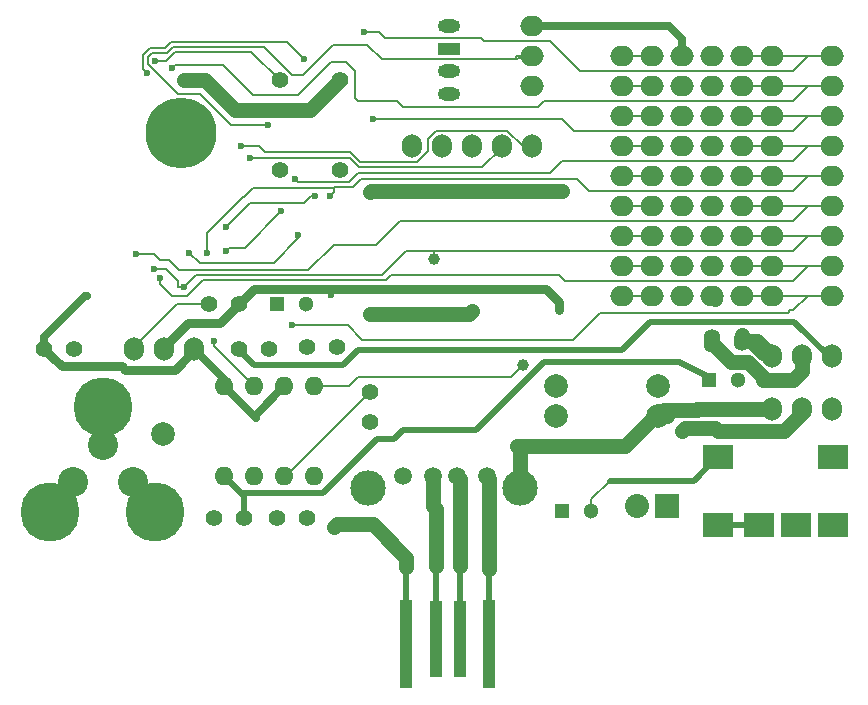
<source format=gbr>
G04 #@! TF.FileFunction,Copper,L2,Bot,Signal*
%FSLAX46Y46*%
G04 Gerber Fmt 4.6, Leading zero omitted, Abs format (unit mm)*
G04 Created by KiCad (PCBNEW 4.0.2+dfsg1-stable) date 2016年08月02日 19時37分39秒*
%MOMM*%
G01*
G04 APERTURE LIST*
%ADD10C,0.100000*%
%ADD11O,1.905000X1.117600*%
%ADD12R,1.905000X1.117600*%
%ADD13O,2.000000X1.700000*%
%ADD14O,1.700000X2.000000*%
%ADD15C,1.998980*%
%ADD16C,1.501140*%
%ADD17O,3.000000X3.000000*%
%ADD18O,1.400000X2.000000*%
%ADD19O,1.400000X1.700000*%
%ADD20C,2.000000*%
%ADD21C,6.000000*%
%ADD22O,1.600000X1.600000*%
%ADD23R,2.500000X2.000000*%
%ADD24R,1.000000X7.410000*%
%ADD25R,1.000000X6.410000*%
%ADD26C,1.397000*%
%ADD27C,5.000000*%
%ADD28C,2.540000*%
%ADD29R,1.300000X1.300000*%
%ADD30C,1.300000*%
%ADD31R,2.032000X2.032000*%
%ADD32O,2.032000X2.032000*%
%ADD33C,0.600000*%
%ADD34C,1.000000*%
%ADD35C,1.270000*%
%ADD36C,0.203200*%
%ADD37C,0.762000*%
%ADD38C,0.635000*%
%ADD39C,0.508000*%
G04 APERTURE END LIST*
D10*
D11*
X173355000Y-95250000D03*
D12*
X173355000Y-97155000D03*
D11*
X173355000Y-99060000D03*
X173355000Y-100965000D03*
D13*
X180340000Y-95250000D03*
X180340000Y-97790000D03*
X180340000Y-100330000D03*
D14*
X151765000Y-122555000D03*
X149225000Y-122555000D03*
X146685000Y-122555000D03*
X170180000Y-105410000D03*
X175260000Y-105410000D03*
X172720000Y-105410000D03*
X177800000Y-105410000D03*
X180340000Y-105410000D03*
D15*
X149098000Y-129794000D03*
D16*
X176530860Y-133347880D03*
X173990860Y-133347880D03*
X171958860Y-133347880D03*
X169418860Y-133347880D03*
D17*
X179318000Y-134380000D03*
X166518000Y-134380000D03*
D14*
X200660000Y-127635000D03*
X203200000Y-127635000D03*
X205740000Y-127635000D03*
X200660000Y-123190000D03*
X203200000Y-123190000D03*
X205740000Y-123190000D03*
D18*
X195580000Y-121920000D03*
D19*
X198120000Y-121920000D03*
D20*
X182372000Y-125730000D03*
X191008000Y-125730000D03*
D21*
X150660000Y-104310000D03*
D22*
X161925000Y-125730000D03*
X159385000Y-125730000D03*
X156845000Y-125730000D03*
X154305000Y-125730000D03*
X154305000Y-133350000D03*
X156845000Y-133350000D03*
X159385000Y-133350000D03*
X161925000Y-133350000D03*
D23*
X196145000Y-131720000D03*
X205845000Y-131720000D03*
X199545000Y-137520000D03*
X196145000Y-137520000D03*
X205845000Y-137520000D03*
X202745000Y-137520000D03*
D24*
X176728000Y-147592000D03*
D25*
X174228000Y-147092000D03*
X172228000Y-147092000D03*
D24*
X169728000Y-147592000D03*
D26*
X153035000Y-118745000D03*
X155575000Y-118745000D03*
X153416000Y-136906000D03*
X155956000Y-136906000D03*
X158750000Y-136906000D03*
X161290000Y-136906000D03*
X166624000Y-128778000D03*
X166624000Y-126238000D03*
X161290000Y-122428000D03*
X163830000Y-122428000D03*
X155575000Y-122555000D03*
X158115000Y-122555000D03*
X139065000Y-122555000D03*
X141605000Y-122555000D03*
D20*
X182372000Y-128270000D03*
X191008000Y-128270000D03*
D27*
X139573000Y-136398000D03*
X144018000Y-127508000D03*
X148463000Y-136398000D03*
D28*
X141478000Y-133858000D03*
X144018000Y-130683000D03*
X146558000Y-133858000D03*
D26*
X164084000Y-107442000D03*
X159004000Y-107442000D03*
X164084000Y-99822000D03*
X159004000Y-99822000D03*
D29*
X195326000Y-125222000D03*
D30*
X197826000Y-125222000D03*
X185380000Y-136271000D03*
D29*
X182880000Y-136271000D03*
D13*
X205740000Y-118110000D03*
X205740000Y-107950000D03*
X205740000Y-110490000D03*
X205740000Y-115570000D03*
X205740000Y-113030000D03*
X205740000Y-102870000D03*
X205740000Y-105410000D03*
X205740000Y-100330000D03*
X205740000Y-97790000D03*
D29*
X158750000Y-118745000D03*
D30*
X161250000Y-118745000D03*
D13*
X198120000Y-118110000D03*
X198120000Y-107950000D03*
X198120000Y-110490000D03*
X198120000Y-115570000D03*
X198120000Y-113030000D03*
X198120000Y-102870000D03*
X198120000Y-105410000D03*
X198120000Y-100330000D03*
X198120000Y-97790000D03*
X193040000Y-118110000D03*
X193040000Y-107950000D03*
X193040000Y-110490000D03*
X193040000Y-115570000D03*
X193040000Y-113030000D03*
X193040000Y-102870000D03*
X193040000Y-105410000D03*
X193040000Y-100330000D03*
X193040000Y-97790000D03*
X195580000Y-118110000D03*
X195580000Y-107950000D03*
X195580000Y-110490000D03*
X195580000Y-115570000D03*
X195580000Y-113030000D03*
X195580000Y-102870000D03*
X195580000Y-105410000D03*
X195580000Y-100330000D03*
X195580000Y-97790000D03*
X200660000Y-118110000D03*
X200660000Y-107950000D03*
X200660000Y-110490000D03*
X200660000Y-115570000D03*
X200660000Y-113030000D03*
X200660000Y-102870000D03*
X200660000Y-105410000D03*
X200660000Y-100330000D03*
X200660000Y-97790000D03*
X187960000Y-118110000D03*
X187960000Y-107950000D03*
X187960000Y-110490000D03*
X187960000Y-115570000D03*
X187960000Y-113030000D03*
X187960000Y-102870000D03*
X187960000Y-105410000D03*
X187960000Y-100330000D03*
X187960000Y-97790000D03*
X190500000Y-118110000D03*
X190500000Y-107950000D03*
X190500000Y-110490000D03*
X190500000Y-115570000D03*
X190500000Y-113030000D03*
X190500000Y-102870000D03*
X190500000Y-105410000D03*
X190500000Y-100330000D03*
X190500000Y-97790000D03*
D31*
X191770000Y-135890000D03*
D32*
X189230000Y-135890000D03*
D33*
X163322000Y-118046500D03*
X182625000Y-119300000D03*
X155575000Y-118745000D03*
X150876000Y-99822000D03*
X170688000Y-109220000D03*
X142670000Y-118110000D03*
X166625000Y-109300000D03*
X182880000Y-109220000D03*
X157988000Y-103632000D03*
X166116000Y-95758000D03*
X147779995Y-99225523D03*
X161036000Y-98044000D03*
X148452926Y-98160926D03*
X155702000Y-105410000D03*
D34*
X193294000Y-129286000D03*
D33*
X163576000Y-137668000D03*
X166624000Y-119634000D03*
X175260000Y-119380000D03*
X149860000Y-98806000D03*
X161950000Y-109625000D03*
X154432000Y-112268000D03*
D34*
X179578000Y-123952000D03*
D33*
X161925000Y-125730000D03*
X156464000Y-106426000D03*
X160083500Y-120586500D03*
X160591500Y-112903000D03*
X151360000Y-114410000D03*
X163290000Y-109625000D03*
X152860000Y-114410000D03*
X146812000Y-114554000D03*
X148844000Y-116586000D03*
X166878000Y-103124000D03*
X160274000Y-108204000D03*
X159131000Y-110871000D03*
X154432000Y-114300000D03*
D34*
X172085000Y-114935000D03*
D33*
X148336000Y-115824000D03*
X153416000Y-121920000D03*
X150876000Y-117348000D03*
D35*
X197231000Y-123698000D02*
X198628000Y-123698000D01*
X199404494Y-124474494D02*
X198882000Y-123952000D01*
X199898000Y-124968000D02*
X199404494Y-124474494D01*
X203200000Y-124460000D02*
X203200000Y-123190000D01*
X202438000Y-125222000D02*
X203200000Y-124460000D01*
X199898000Y-125222000D02*
X202438000Y-125222000D01*
X199898000Y-125222000D02*
X199898000Y-124968000D01*
X198628000Y-123698000D02*
X198882000Y-123952000D01*
X195580000Y-121920000D02*
X195580000Y-122047000D01*
X195580000Y-122047000D02*
X197231000Y-123698000D01*
X197231000Y-123698000D02*
X197358000Y-123698000D01*
D36*
X163258500Y-117983000D02*
X163258500Y-117513999D01*
X163322000Y-118046500D02*
X163258500Y-117983000D01*
D37*
X181521999Y-117513999D02*
X182625000Y-118617000D01*
X163258500Y-117513999D02*
X181521999Y-117513999D01*
X182625000Y-118617000D02*
X182625000Y-119300000D01*
X155575000Y-118745000D02*
X156806001Y-117513999D01*
X156806001Y-117513999D02*
X163258500Y-117513999D01*
X151234000Y-120396000D02*
X153924000Y-120396000D01*
X153924000Y-120396000D02*
X155575000Y-118745000D01*
X149225000Y-122555000D02*
X149225000Y-122405000D01*
X149225000Y-122405000D02*
X151234000Y-120396000D01*
D38*
X193040000Y-97790000D02*
X193040000Y-96305000D01*
X193040000Y-96305000D02*
X191985000Y-95250000D01*
X191985000Y-95250000D02*
X181975000Y-95250000D01*
X181975000Y-95250000D02*
X180340000Y-95250000D01*
D35*
X198120000Y-121920000D02*
X198928896Y-121920000D01*
X198928896Y-121920000D02*
X199921448Y-122912552D01*
X199921448Y-122912552D02*
X200660000Y-123190000D01*
X191008000Y-128270000D02*
X190754000Y-128270000D01*
X190754000Y-128270000D02*
X188214000Y-130810000D01*
X194310000Y-127762000D02*
X191516000Y-127762000D01*
X191516000Y-127762000D02*
X191008000Y-128270000D01*
X191008000Y-128270000D02*
X191770000Y-128270000D01*
X194310000Y-127635000D02*
X194310000Y-127762000D01*
X200660000Y-127635000D02*
X194310000Y-127635000D01*
X188214000Y-130810000D02*
X179318000Y-130810000D01*
X179318000Y-130810000D02*
X179070000Y-130810000D01*
X179070000Y-130810000D02*
X179318000Y-130810000D01*
X198120000Y-121920000D02*
X198120000Y-121412000D01*
X150876000Y-99822000D02*
X152654000Y-99822000D01*
X161544000Y-102362000D02*
X164084000Y-99822000D01*
X155194000Y-102362000D02*
X161544000Y-102362000D01*
X152654000Y-99822000D02*
X155194000Y-102362000D01*
X195834000Y-118364000D02*
X195580000Y-118110000D01*
X198120000Y-121920000D02*
X199390000Y-121920000D01*
X199390000Y-121920000D02*
X200660000Y-123190000D01*
D37*
X151765000Y-122555000D02*
X151765000Y-122705000D01*
X150153000Y-124317000D02*
X145938727Y-124317000D01*
X151765000Y-122705000D02*
X150153000Y-124317000D01*
X145938727Y-124317000D02*
X145645515Y-124023788D01*
X145645515Y-124023788D02*
X140533788Y-124023788D01*
X139763499Y-123253499D02*
X139065000Y-122555000D01*
X140533788Y-124023788D02*
X139763499Y-123253499D01*
D35*
X166705000Y-109220000D02*
X170688000Y-109220000D01*
X170688000Y-109220000D02*
X182880000Y-109220000D01*
D38*
X139065000Y-121539000D02*
X142494000Y-118110000D01*
X142494000Y-118110000D02*
X142670000Y-118110000D01*
X139065000Y-122555000D02*
X139065000Y-121539000D01*
X154305000Y-125730000D02*
X154305000Y-125095000D01*
X154305000Y-125095000D02*
X151765000Y-122555000D01*
X156972000Y-128397000D02*
X156972000Y-128143000D01*
X156972000Y-128143000D02*
X159385000Y-125730000D01*
X154305000Y-125730000D02*
X156972000Y-128397000D01*
D35*
X179318000Y-130810000D02*
X179318000Y-131610000D01*
X179318000Y-131610000D02*
X179318000Y-134380000D01*
X166705000Y-109220000D02*
X166625000Y-109300000D01*
X176728000Y-141224000D02*
X176728000Y-133545020D01*
X176728000Y-133545020D02*
X176530860Y-133347880D01*
D39*
X176728000Y-147592000D02*
X176728000Y-141224000D01*
X176728000Y-141224000D02*
X176728000Y-141168000D01*
X176728000Y-141168000D02*
X176530000Y-140970000D01*
D36*
X157988000Y-103632000D02*
X154868370Y-103632000D01*
X154868370Y-103632000D02*
X153852370Y-102616000D01*
X149944540Y-97021680D02*
X149436540Y-97529680D01*
X149436540Y-97529680D02*
X148193802Y-97529680D01*
X160964199Y-99341951D02*
X160004101Y-99341951D01*
X147851325Y-97872157D02*
X147851325Y-98434880D01*
X178911399Y-98015401D02*
X167631990Y-98015401D01*
X167631990Y-98015401D02*
X166428769Y-96812180D01*
X163493970Y-96812180D02*
X160964199Y-99341951D01*
X160004101Y-99341951D02*
X157683830Y-97021680D01*
X148193802Y-97529680D02*
X147851325Y-97872157D01*
X157683830Y-97021680D02*
X149944540Y-97021680D01*
X147851325Y-98434880D02*
X150424844Y-101008399D01*
X152244769Y-101008399D02*
X153852370Y-102616000D01*
X150424844Y-101008399D02*
X152244769Y-101008399D01*
X166428769Y-96812180D02*
X163493970Y-96812180D01*
X178911399Y-98015401D02*
X180340000Y-97790000D01*
X179136800Y-97790000D02*
X178911399Y-98015401D01*
X180340000Y-97790000D02*
X179136800Y-97790000D01*
X205740000Y-97790000D02*
X203708000Y-97790000D01*
X166370000Y-95758000D02*
X166116000Y-95758000D01*
X167386000Y-95758000D02*
X166370000Y-95758000D01*
X167894000Y-96266000D02*
X167386000Y-95758000D01*
X176022000Y-96266000D02*
X167894000Y-96266000D01*
X176276000Y-96520000D02*
X176022000Y-96266000D01*
X181864000Y-96520000D02*
X176276000Y-96520000D01*
X184404000Y-99060000D02*
X181864000Y-96520000D01*
X202438000Y-99060000D02*
X184404000Y-99060000D01*
X203708000Y-97790000D02*
X202438000Y-99060000D01*
X147448114Y-98893642D02*
X147479996Y-98925524D01*
X149269525Y-97126469D02*
X148026786Y-97126470D01*
X147479996Y-98925524D02*
X147779995Y-99225523D01*
X161036000Y-98044000D02*
X159610470Y-96618470D01*
X147448114Y-97705142D02*
X147448114Y-98893642D01*
X148026786Y-97126470D02*
X147448114Y-97705142D01*
X159610470Y-96618470D02*
X149777524Y-96618470D01*
X149777524Y-96618470D02*
X149269525Y-97126469D01*
X200660000Y-97790000D02*
X205740000Y-97790000D01*
X198120000Y-97790000D02*
X200660000Y-97790000D01*
X148877190Y-98160926D02*
X148452926Y-98160926D01*
X156606890Y-97424890D02*
X150111556Y-97424890D01*
X149375520Y-98160926D02*
X148877190Y-98160926D01*
X150111556Y-97424890D02*
X149375520Y-98160926D01*
X159004000Y-99822000D02*
X156606890Y-97424890D01*
X155702000Y-105410000D02*
X157226000Y-105410000D01*
X157734000Y-105918000D02*
X164991376Y-105918000D01*
X157226000Y-105410000D02*
X157734000Y-105918000D01*
X165784986Y-106711610D02*
X164991376Y-105918000D01*
X175737012Y-104108390D02*
X174782988Y-104108390D01*
X175790535Y-104161913D02*
X175737012Y-104108390D01*
X179578622Y-105410000D02*
X178277012Y-104108390D01*
X177269465Y-104161913D02*
X175790535Y-104161913D01*
X174782988Y-104108390D02*
X174729465Y-104161913D01*
X178277012Y-104108390D02*
X177322988Y-104108390D01*
X173197012Y-104108390D02*
X172242988Y-104108390D01*
X171568390Y-104782988D02*
X171568390Y-105800232D01*
X172242988Y-104108390D02*
X171568390Y-104782988D01*
X171568390Y-105800232D02*
X170657012Y-106711610D01*
X177322988Y-104108390D02*
X177269465Y-104161913D01*
X170657012Y-106711610D02*
X165784986Y-106711610D01*
X173250535Y-104161913D02*
X173197012Y-104108390D01*
X174729465Y-104161913D02*
X173250535Y-104161913D01*
X180340000Y-105410000D02*
X179578622Y-105410000D01*
D35*
X195834000Y-129286000D02*
X193294000Y-129286000D01*
X201676000Y-129540000D02*
X196088000Y-129540000D01*
X196088000Y-129540000D02*
X195834000Y-129286000D01*
X203200000Y-128016000D02*
X201676000Y-129540000D01*
X193294000Y-129286000D02*
X193040000Y-129540000D01*
X203200000Y-127635000D02*
X203200000Y-128016000D01*
X203200000Y-127635000D02*
X203200000Y-127889000D01*
X166624000Y-119634000D02*
X175006000Y-119634000D01*
X163830000Y-137414000D02*
X165354000Y-137414000D01*
X163576000Y-137668000D02*
X163830000Y-137414000D01*
X169728000Y-141026000D02*
X169728000Y-140264000D01*
X166878000Y-137414000D02*
X165354000Y-137414000D01*
X169728000Y-140264000D02*
X166878000Y-137414000D01*
D39*
X169728000Y-147592000D02*
X169728000Y-141026000D01*
X169728000Y-141026000D02*
X169672000Y-140970000D01*
D35*
X175006000Y-119634000D02*
X175260000Y-119380000D01*
D36*
X185380000Y-136271000D02*
X185380000Y-135295000D01*
X185380000Y-135295000D02*
X186944000Y-133731000D01*
D39*
X196145000Y-131720000D02*
X196067000Y-131720000D01*
X196067000Y-131720000D02*
X194056000Y-133731000D01*
X194056000Y-133731000D02*
X186944000Y-133731000D01*
X196145000Y-137520000D02*
X199545000Y-137520000D01*
D36*
X196145000Y-131720000D02*
X195940000Y-131720000D01*
X161798000Y-99822000D02*
X160528000Y-101092000D01*
X202438000Y-101600000D02*
X181356000Y-101600000D01*
X181356000Y-101600000D02*
X180848000Y-102108000D01*
X180848000Y-102108000D02*
X169418000Y-102108000D01*
X169418000Y-102108000D02*
X168910000Y-101600000D01*
X168910000Y-101600000D02*
X165608000Y-101600000D01*
X165608000Y-101600000D02*
X165354000Y-101346000D01*
X165354000Y-101346000D02*
X165354000Y-99060000D01*
X165354000Y-99060000D02*
X164592000Y-98298000D01*
X164592000Y-98298000D02*
X163322000Y-98298000D01*
X163322000Y-98298000D02*
X161798000Y-99822000D01*
X203708000Y-100330000D02*
X202438000Y-101600000D01*
X150114000Y-98552000D02*
X149860000Y-98806000D01*
X154178000Y-98552000D02*
X150114000Y-98552000D01*
X156718000Y-101092000D02*
X154178000Y-98552000D01*
X160528000Y-101092000D02*
X156718000Y-101092000D01*
X200660000Y-100330000D02*
X203708000Y-100330000D01*
X203708000Y-100330000D02*
X205740000Y-100330000D01*
X198120000Y-100330000D02*
X200660000Y-100330000D01*
D35*
X172228000Y-140986000D02*
X172228000Y-136160000D01*
X171958860Y-135890860D02*
X171958860Y-133347880D01*
X172228000Y-136160000D02*
X171958860Y-135890860D01*
D39*
X172228000Y-147092000D02*
X172228000Y-140986000D01*
X172228000Y-140986000D02*
X172212000Y-140970000D01*
D35*
X174228000Y-140986000D02*
X174228000Y-133585020D01*
X174228000Y-133585020D02*
X173990860Y-133347880D01*
D39*
X174228000Y-147092000D02*
X174228000Y-140986000D01*
X174228000Y-140986000D02*
X174244000Y-140970000D01*
X159766000Y-123952000D02*
X164338000Y-123952000D01*
X165608000Y-122682000D02*
X183134000Y-122682000D01*
X164338000Y-123952000D02*
X165608000Y-122682000D01*
X183134000Y-122682000D02*
X187960000Y-122682000D01*
X190373000Y-120269000D02*
X187960000Y-122682000D01*
X202565000Y-120269000D02*
X190373000Y-120269000D01*
X205486000Y-123190000D02*
X202565000Y-120269000D01*
X156845000Y-123952000D02*
X155575000Y-122682000D01*
X159766000Y-123952000D02*
X156845000Y-123952000D01*
X155575000Y-122682000D02*
X155575000Y-122555000D01*
X205740000Y-123190000D02*
X205486000Y-123190000D01*
D36*
X205740000Y-123190000D02*
X205740000Y-123340000D01*
X161036000Y-110236000D02*
X161647000Y-109625000D01*
X161647000Y-109625000D02*
X161950000Y-109625000D01*
X156464000Y-110236000D02*
X161036000Y-110236000D01*
X154432000Y-112268000D02*
X156464000Y-110236000D01*
D39*
X189226997Y-123698000D02*
X181356000Y-123698000D01*
X175641000Y-129413000D02*
X169418000Y-129413000D01*
X181356000Y-123698000D02*
X175641000Y-129413000D01*
X195326000Y-125222000D02*
X195326000Y-124968000D01*
X195326000Y-124968000D02*
X192786000Y-123698000D01*
X192786000Y-123698000D02*
X189226997Y-123698000D01*
X155956000Y-136906000D02*
X155956000Y-135001000D01*
X155956000Y-135001000D02*
X154305000Y-133350000D01*
X168656000Y-130175000D02*
X167259000Y-130175000D01*
X169418000Y-129413000D02*
X168656000Y-130175000D01*
X155702000Y-134747000D02*
X154305000Y-133350000D01*
X162687000Y-134747000D02*
X155702000Y-134747000D01*
X167259000Y-130175000D02*
X162687000Y-134747000D01*
D36*
X152047172Y-118745000D02*
X153035000Y-118745000D01*
X150345000Y-118745000D02*
X152047172Y-118745000D01*
X146685000Y-122405000D02*
X150345000Y-118745000D01*
X146685000Y-122555000D02*
X146685000Y-122405000D01*
X154305000Y-133350000D02*
X155956000Y-135001000D01*
X161925000Y-125730000D02*
X164846000Y-125730000D01*
X178562000Y-124968000D02*
X179578000Y-123952000D01*
X165608000Y-124968000D02*
X178562000Y-124968000D01*
X164846000Y-125730000D02*
X165608000Y-124968000D01*
X166624000Y-126238000D02*
X159512000Y-133350000D01*
X159512000Y-133350000D02*
X159385000Y-133350000D01*
X156464000Y-106426000D02*
X164929162Y-106426000D01*
X164929162Y-106426000D02*
X165691162Y-107188000D01*
X176172000Y-107188000D02*
X165691162Y-107188000D01*
X177800000Y-105560000D02*
X176172000Y-107188000D01*
X177800000Y-105410000D02*
X177800000Y-105560000D01*
X203708000Y-118110000D02*
X202501500Y-119316500D01*
X164782500Y-120586500D02*
X160083500Y-120586500D01*
X165989000Y-121793000D02*
X164782500Y-120586500D01*
X183832500Y-121793000D02*
X165989000Y-121793000D01*
X186118500Y-119507000D02*
X183832500Y-121793000D01*
X202057000Y-119507000D02*
X186118500Y-119507000D01*
X202247500Y-119316500D02*
X202057000Y-119507000D01*
X202501500Y-119316500D02*
X202247500Y-119316500D01*
X155702000Y-115316000D02*
X158496000Y-115316000D01*
X160591500Y-113220500D02*
X160591500Y-112903000D01*
X158496000Y-115316000D02*
X160591500Y-113220500D01*
X152266000Y-115316000D02*
X155702000Y-115316000D01*
X205740000Y-118110000D02*
X205590000Y-118110000D01*
X200660000Y-118110000D02*
X203708000Y-118110000D01*
X203708000Y-118110000D02*
X205740000Y-118110000D01*
X198120000Y-118110000D02*
X200660000Y-118110000D01*
X152266000Y-115316000D02*
X151360000Y-114410000D01*
X163639500Y-108966000D02*
X156718000Y-108966000D01*
X156718000Y-108966000D02*
X155956000Y-109728000D01*
X163639500Y-108861202D02*
X163639500Y-108966000D01*
X163639500Y-108966000D02*
X163639500Y-109275500D01*
X163639500Y-109275500D02*
X163290000Y-109625000D01*
X203708000Y-107950000D02*
X202438000Y-109220000D01*
X202438000Y-109220000D02*
X185166000Y-109220000D01*
X200660000Y-107950000D02*
X198120000Y-107950000D01*
X205740000Y-107950000D02*
X203708000Y-107950000D01*
X203708000Y-107950000D02*
X200660000Y-107950000D01*
X185166000Y-109220000D02*
X184150000Y-108204000D01*
X152860000Y-113356800D02*
X152860000Y-114410000D01*
X165204798Y-108861202D02*
X163639500Y-108861202D01*
X165862000Y-108204000D02*
X165204798Y-108861202D01*
X184150000Y-108204000D02*
X165862000Y-108204000D01*
X155956000Y-109665774D02*
X155956000Y-109728000D01*
X155956000Y-109728000D02*
X155956000Y-109665774D01*
X152860000Y-112761774D02*
X152860000Y-113356800D01*
X155956000Y-109665774D02*
X152860000Y-112761774D01*
X149606000Y-115062000D02*
X148844000Y-115062000D01*
X163576000Y-113792000D02*
X161439202Y-115928798D01*
X161439202Y-115928798D02*
X150472798Y-115928798D01*
X150472798Y-115928798D02*
X149606000Y-115062000D01*
X203708000Y-110490000D02*
X202438000Y-111760000D01*
X169164000Y-111760000D02*
X167132000Y-113792000D01*
X202438000Y-111760000D02*
X169164000Y-111760000D01*
X167132000Y-113792000D02*
X163576000Y-113792000D01*
X148336000Y-114554000D02*
X146812000Y-114554000D01*
X148844000Y-115062000D02*
X148336000Y-114554000D01*
X205740000Y-110490000D02*
X204597000Y-110490000D01*
X204597000Y-110490000D02*
X203708000Y-110490000D01*
X203708000Y-110490000D02*
X200660000Y-110490000D01*
X198120000Y-110490000D02*
X200660000Y-110490000D01*
X203708000Y-115570000D02*
X202438000Y-116840000D01*
X148844000Y-117094000D02*
X148844000Y-116586000D01*
X149860000Y-118110000D02*
X148844000Y-117094000D01*
X151130000Y-118110000D02*
X149860000Y-118110000D01*
X152504798Y-116735202D02*
X151130000Y-118110000D01*
X167990195Y-116735202D02*
X152504798Y-116735202D01*
X168393397Y-116332000D02*
X167990195Y-116735202D01*
X182626000Y-116332000D02*
X168393397Y-116332000D01*
X183134000Y-116840000D02*
X182626000Y-116332000D01*
X202438000Y-116840000D02*
X183134000Y-116840000D01*
X205740000Y-115570000D02*
X203708000Y-115570000D01*
X203708000Y-115570000D02*
X200660000Y-115570000D01*
X198120000Y-115570000D02*
X200660000Y-115570000D01*
X203708000Y-102870000D02*
X202438000Y-104140000D01*
X182880000Y-103124000D02*
X166878000Y-103124000D01*
X183896000Y-104140000D02*
X182880000Y-103124000D01*
X202438000Y-104140000D02*
X183896000Y-104140000D01*
X200660000Y-102870000D02*
X203708000Y-102870000D01*
X203708000Y-102870000D02*
X205740000Y-102870000D01*
X198120000Y-102870000D02*
X200660000Y-102870000D01*
X203708000Y-105410000D02*
X202438000Y-106680000D01*
X160528000Y-108458000D02*
X160274000Y-108204000D01*
X164846000Y-108458000D02*
X160528000Y-108458000D01*
X165608000Y-107696000D02*
X164846000Y-108458000D01*
X181864000Y-107696000D02*
X165608000Y-107696000D01*
X182880000Y-106680000D02*
X181864000Y-107696000D01*
X202438000Y-106680000D02*
X182880000Y-106680000D01*
X154717750Y-114014250D02*
X156051250Y-114014250D01*
X159131000Y-110934500D02*
X159131000Y-110871000D01*
X156051250Y-114014250D02*
X159131000Y-110934500D01*
X154717750Y-114014250D02*
X154432000Y-114300000D01*
X200660000Y-105410000D02*
X203708000Y-105410000D01*
X203708000Y-105410000D02*
X205740000Y-105410000D01*
X198120000Y-105410000D02*
X200660000Y-105410000D01*
X187960000Y-118110000D02*
X190500000Y-118110000D01*
X187960000Y-107950000D02*
X190500000Y-107950000D01*
X187960000Y-110490000D02*
X190500000Y-110490000D01*
X187960000Y-115570000D02*
X190500000Y-115570000D01*
X187960000Y-113030000D02*
X190500000Y-113030000D01*
X187960000Y-102870000D02*
X190500000Y-102870000D01*
X187960000Y-105410000D02*
X190500000Y-105410000D01*
X187960000Y-100330000D02*
X190500000Y-100330000D01*
X187960000Y-97790000D02*
X190500000Y-97790000D01*
X172085000Y-114935000D02*
X172085000Y-114300000D01*
X169926000Y-114300000D02*
X169663397Y-114300000D01*
X172085000Y-114300000D02*
X169926000Y-114300000D01*
X169663397Y-114300000D02*
X167631397Y-116332000D01*
X167631397Y-116332000D02*
X151892000Y-116332000D01*
X151892000Y-116332000D02*
X150876000Y-117348000D01*
X186690000Y-114300000D02*
X172085000Y-114300000D01*
X186690000Y-114300000D02*
X202438000Y-114300000D01*
X202438000Y-114300000D02*
X203708000Y-113030000D01*
X205590000Y-113030000D02*
X204470000Y-113030000D01*
X205740000Y-113030000D02*
X205590000Y-113030000D01*
X205740000Y-113030000D02*
X204470000Y-113030000D01*
X204470000Y-113030000D02*
X203708000Y-113030000D01*
X203708000Y-113030000D02*
X200660000Y-113030000D01*
X200660000Y-113030000D02*
X198120000Y-113030000D01*
X150876000Y-117348000D02*
X150368000Y-117348000D01*
X150368000Y-117348000D02*
X150368000Y-116818000D01*
X150368000Y-116818000D02*
X149374000Y-115824000D01*
X149374000Y-115824000D02*
X148336000Y-115824000D01*
X156845000Y-125730000D02*
X153416000Y-122301000D01*
X153416000Y-122301000D02*
X153416000Y-121920000D01*
M02*

</source>
